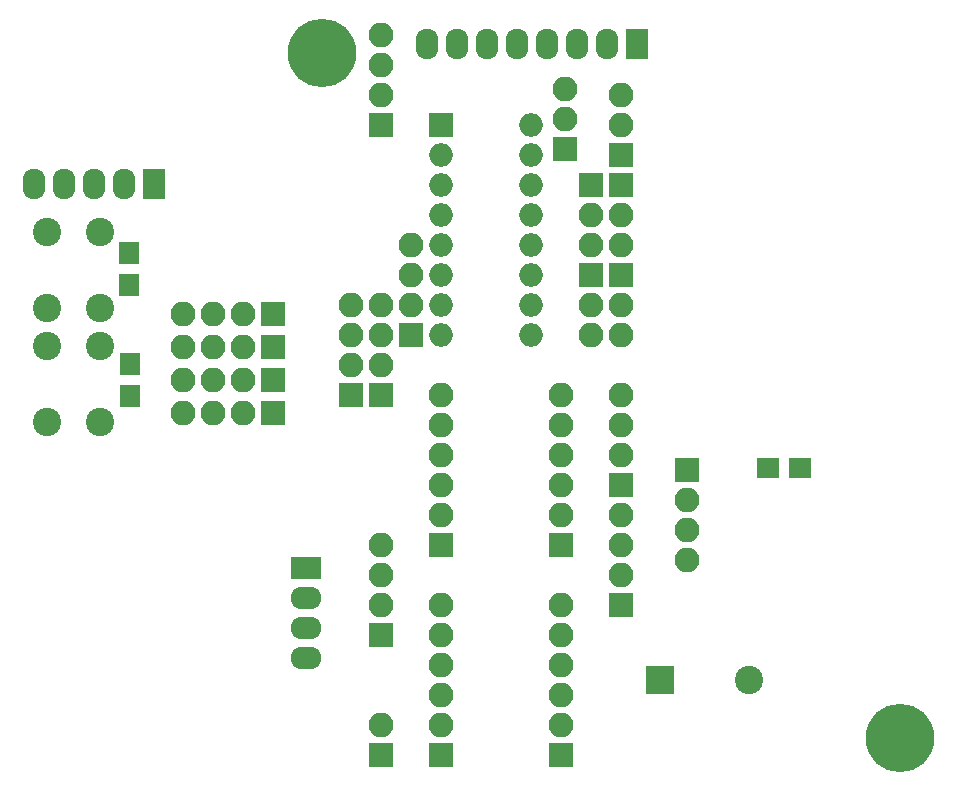
<source format=gts>
G04 #@! TF.FileFunction,Soldermask,Top*
%FSLAX46Y46*%
G04 Gerber Fmt 4.6, Leading zero omitted, Abs format (unit mm)*
G04 Created by KiCad (PCBNEW 4.0.5) date 11/07/17 20:17:22*
%MOMM*%
%LPD*%
G01*
G04 APERTURE LIST*
%ADD10C,0.100000*%
%ADD11C,5.800000*%
%ADD12C,3.100000*%
%ADD13R,2.100000X2.100000*%
%ADD14O,2.100000X2.100000*%
%ADD15R,2.000000X2.000000*%
%ADD16O,2.000000X2.000000*%
%ADD17R,2.599640X1.924000*%
%ADD18O,2.599640X1.924000*%
%ADD19R,1.924000X2.599640*%
%ADD20O,1.924000X2.599640*%
%ADD21R,1.700000X1.900000*%
%ADD22C,2.400000*%
%ADD23R,1.900000X1.700000*%
%ADD24R,2.400000X2.400000*%
G04 APERTURE END LIST*
D10*
D11*
X173540000Y-123000000D03*
D12*
X173540000Y-123000000D03*
X124540000Y-65000000D03*
D13*
X145135600Y-73152000D03*
D14*
X145135600Y-70612000D03*
X145135600Y-68072000D03*
D15*
X134620000Y-71120000D03*
D16*
X142240000Y-88900000D03*
X134620000Y-73660000D03*
X142240000Y-86360000D03*
X134620000Y-76200000D03*
X142240000Y-83820000D03*
X134620000Y-78740000D03*
X142240000Y-81280000D03*
X134620000Y-81280000D03*
X142240000Y-78740000D03*
X134620000Y-83820000D03*
X142240000Y-76200000D03*
X134620000Y-86360000D03*
X142240000Y-73660000D03*
X134620000Y-88900000D03*
X142240000Y-71120000D03*
D14*
X134620000Y-93980000D03*
X134620000Y-96520000D03*
X134620000Y-99060000D03*
X134620000Y-101600000D03*
X134620000Y-104140000D03*
D13*
X134620000Y-106680000D03*
X144780000Y-106680000D03*
D14*
X144780000Y-104140000D03*
X144780000Y-101600000D03*
X144780000Y-99060000D03*
X144780000Y-96520000D03*
X144780000Y-93980000D03*
X134620000Y-111760000D03*
X134620000Y-114300000D03*
X134620000Y-116840000D03*
X134620000Y-119380000D03*
X134620000Y-121920000D03*
D13*
X134620000Y-124460000D03*
X144780000Y-124460000D03*
D14*
X144780000Y-121920000D03*
X144780000Y-119380000D03*
X144780000Y-116840000D03*
X144780000Y-114300000D03*
X144780000Y-111760000D03*
D13*
X149860000Y-101600000D03*
D14*
X149860000Y-99060000D03*
X149860000Y-96520000D03*
X149860000Y-93980000D03*
D13*
X149860000Y-76200000D03*
D14*
X149860000Y-78740000D03*
X149860000Y-81280000D03*
D13*
X147320000Y-76200000D03*
D14*
X147320000Y-78740000D03*
X147320000Y-81280000D03*
D13*
X149860000Y-83820000D03*
D14*
X149860000Y-86360000D03*
X149860000Y-88900000D03*
D13*
X147320000Y-83820000D03*
D14*
X147320000Y-86360000D03*
X147320000Y-88900000D03*
D13*
X129540000Y-93980000D03*
D14*
X129540000Y-91440000D03*
X129540000Y-88900000D03*
X129540000Y-86360000D03*
D13*
X129540000Y-114300000D03*
D14*
X129540000Y-111760000D03*
X129540000Y-109220000D03*
X129540000Y-106680000D03*
D13*
X127000000Y-93980000D03*
D14*
X127000000Y-91440000D03*
X127000000Y-88900000D03*
X127000000Y-86360000D03*
D13*
X149860000Y-111760000D03*
D14*
X149860000Y-109220000D03*
X149860000Y-106680000D03*
X149860000Y-104140000D03*
D13*
X149860000Y-73660000D03*
D14*
X149860000Y-71120000D03*
X149860000Y-68580000D03*
D13*
X132080000Y-88900000D03*
D14*
X132080000Y-86360000D03*
X132080000Y-83820000D03*
X132080000Y-81280000D03*
D17*
X123190000Y-108585000D03*
D18*
X123190000Y-111125000D03*
X123190000Y-113665000D03*
X123190000Y-116205000D03*
D13*
X129540000Y-124460000D03*
D14*
X129540000Y-121920000D03*
D19*
X110363000Y-76073000D03*
D20*
X107823000Y-76073000D03*
X105283000Y-76073000D03*
X102743000Y-76073000D03*
X100203000Y-76073000D03*
D19*
X151257000Y-64262000D03*
D20*
X148717000Y-64262000D03*
X146177000Y-64262000D03*
X143637000Y-64262000D03*
X141097000Y-64262000D03*
X138557000Y-64262000D03*
X136017000Y-64262000D03*
X133477000Y-64262000D03*
D21*
X108331000Y-94060000D03*
X108331000Y-91360000D03*
X108204000Y-81962000D03*
X108204000Y-84662000D03*
D22*
X101291000Y-89789000D03*
X105791000Y-89789000D03*
X101291000Y-96289000D03*
X105791000Y-96289000D03*
X101291000Y-80137000D03*
X105791000Y-80137000D03*
X101291000Y-86637000D03*
X105791000Y-86637000D03*
D23*
X162353000Y-100139500D03*
X165053000Y-100139500D03*
D13*
X155448000Y-100330000D03*
D14*
X155448000Y-102870000D03*
X155448000Y-105410000D03*
X155448000Y-107950000D03*
D13*
X120396000Y-87122000D03*
D14*
X117856000Y-87122000D03*
X115316000Y-87122000D03*
X112776000Y-87122000D03*
D13*
X120396000Y-89916000D03*
D14*
X117856000Y-89916000D03*
X115316000Y-89916000D03*
X112776000Y-89916000D03*
D13*
X120396000Y-92710000D03*
D14*
X117856000Y-92710000D03*
X115316000Y-92710000D03*
X112776000Y-92710000D03*
D13*
X120396000Y-95504000D03*
D14*
X117856000Y-95504000D03*
X115316000Y-95504000D03*
X112776000Y-95504000D03*
D13*
X129540000Y-71125080D03*
D14*
X129540000Y-68585080D03*
X129540000Y-66045080D03*
X129540000Y-63505080D03*
D11*
X124540000Y-65000000D03*
D24*
X153162000Y-118110000D03*
D22*
X160762000Y-118110000D03*
M02*

</source>
